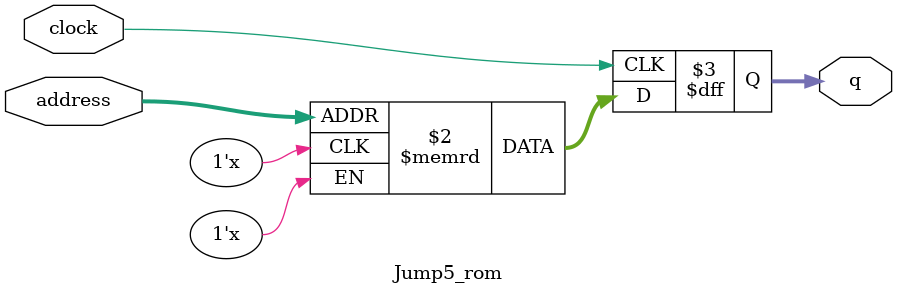
<source format=sv>
module Jump5_rom (
	input logic clock,
	input logic [12:0] address,
	output logic [2:0] q
);

logic [2:0] memory [0:5399] /* synthesis ram_init_file = "./Jump5/Jump5.mif" */;

always_ff @ (posedge clock) begin
	q <= memory[address];
end

endmodule

</source>
